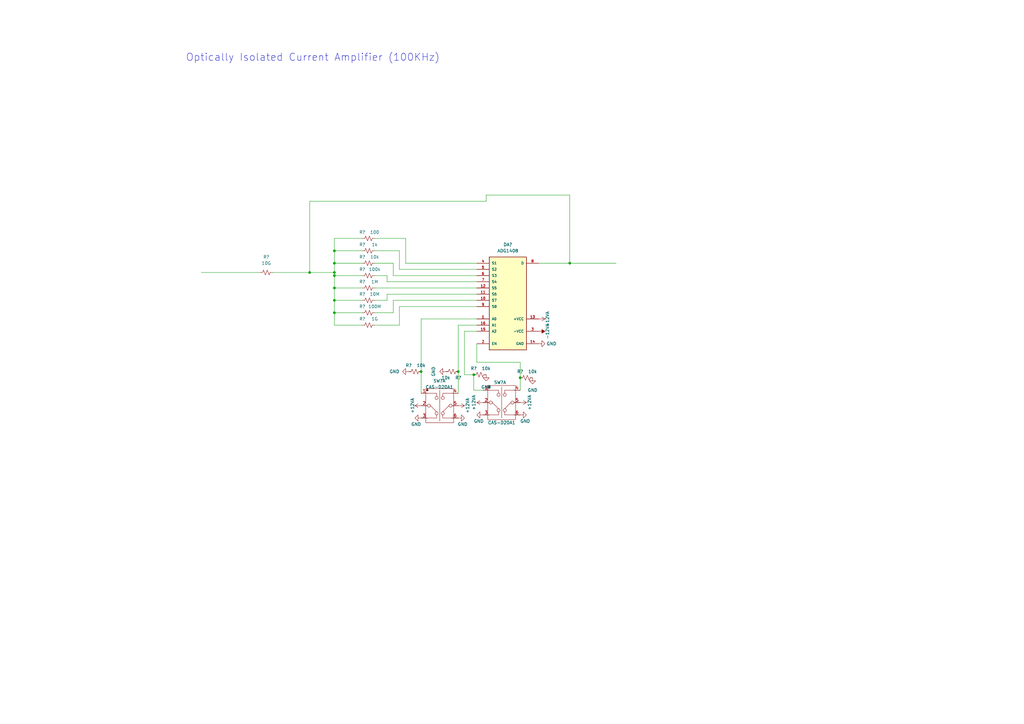
<source format=kicad_sch>
(kicad_sch (version 20211123) (generator eeschema)
  (paper "A3")
  (lib_symbols
    (symbol "ADG1408:ADG1408" (pin_names (offset 1.016))
      (property "Reference" "DA" (at -5.08 15.24 0))
      (property "Value" "ADG1408" (at -5.08 -25.4 0))
      (symbol "ADG1408_0_0"
        (rectangle (start -7.62 -22.86) (end 7.62 15.24) (stroke (width 0.254)) (fill (type background)))
        (pin bidirectional line (at -12.7 -10.16 0) (length 5.08) (name "A0") (number "1"))
        (pin bidirectional line (at -12.7 -2.54 0) (length 5.08) (name "S7") (number "10"))
        (pin bidirectional line (at -12.7 0 0) (length 5.08) (name "S6") (number "11"))
        (pin bidirectional line (at -12.7 2.54 0) (length 5.08) (name "S5") (number "12"))
        (pin bidirectional line (at 12.7 -10.16 180) (length 5.08) (name "+VCC") (number "13"))
        (pin bidirectional line (at 12.7 -20.32 180) (length 5.08) (name "GND") (number "14"))
        (pin bidirectional line (at -12.7 -15.24 0) (length 5.08) (name "A2") (number "15"))
        (pin bidirectional line (at -12.7 -12.7 0) (length 5.08) (name "A1") (number "16"))
        (pin bidirectional line (at -12.7 -20.32 0) (length 5.08) (name "EN") (number "2"))
        (pin bidirectional line (at 12.7 -15.24 180) (length 5.08) (name "-VCC") (number "3"))
        (pin bidirectional line (at -12.7 12.7 0) (length 5.08) (name "S1") (number "4"))
        (pin bidirectional line (at -12.7 10.16 0) (length 5.08) (name "S2") (number "5"))
        (pin bidirectional line (at -12.7 7.62 0) (length 5.08) (name "S3") (number "6"))
        (pin bidirectional line (at -12.7 5.08 0) (length 5.08) (name "S4") (number "7"))
        (pin bidirectional line (at 12.7 12.7 180) (length 5.08) (name "D") (number "8"))
        (pin bidirectional line (at -12.7 -5.08 0) (length 5.08) (name "S8") (number "9"))
      )
    )
    (symbol "CAS-D20A1:CAS-D20A1" (pin_names (offset 0) hide)
      (property "Reference" "SW?" (at 0.762 9.652 0))
      (property "Value" "CAS-D20A1" (at 0.254 -8.636 0))
      (symbol "CAS-D20A1_0_1"
        (circle (center -5.08 6.35) (radius 0.3592) (fill (type outline)))
        (circle (center -4.445 0) (radius 0.635))
        (circle (center -1.27 -3.175) (radius 0.635))
        (circle (center -1.27 3.175) (radius 0.635))
        (polyline (pts (xy -3.81 0) (xy -1.27 -2.54)))
        (polyline (pts (xy 0 6.35) (xy 0 -6.35)))
        (polyline (pts (xy 3.81 0) (xy 1.27 -2.54)))
        (polyline (pts (xy -1.27 -3.81) (xy -1.27 -5.08) (xy -5.08 -5.08)))
        (polyline (pts (xy -1.27 3.81) (xy -1.27 5.08) (xy -5.08 5.08)))
        (polyline (pts (xy 1.27 -3.81) (xy 1.27 -5.08) (xy 5.08 -5.08)))
        (polyline (pts (xy 1.27 3.81) (xy 1.27 5.08) (xy 5.08 5.08)))
        (circle (center 1.27 -3.175) (radius 0.635))
        (circle (center 1.27 3.175) (radius 0.635))
        (circle (center 4.445 0) (radius 0.635))
        (rectangle (start 5.715 6.985) (end -5.715 -6.985))
      )
      (symbol "CAS-D20A1_1_1"
        (pin output line (at -7.62 5.08 0) (length 2.54) (name "OUT") (number "1"))
        (pin input line (at -7.62 0 0) (length 2.54) (name "IN1") (number "2"))
        (pin output line (at -7.62 -5.08 0) (length 2.54) (name "GND") (number "3"))
        (pin output line (at 7.62 5.08 180) (length 2.54) (name "OUT") (number "4"))
        (pin input line (at 7.62 0 180) (length 2.54) (name "IN2") (number "5"))
        (pin output line (at 7.62 -5.08 180) (length 2.54) (name "GND") (number "6"))
      )
      (symbol "CAS-D20A1_2_1"
        (pin input line (at 0 7.62 270) (length 2.54) (name "IN2") (number "-UB"))
        (pin passive line (at 5.08 2.54 180) (length 2.54) (name "A") (number "4"))
        (pin passive line (at -5.08 0 0) (length 2.54) (name "B") (number "5"))
        (pin passive line (at 5.08 -2.54 180) (length 2.54) (name "C") (number "6"))
        (pin output line (at 5.08 7.62 270) (length 2.54) (name "GND") (number "6-UB"))
        (pin output line (at -5.08 7.62 270) (length 2.54) (name "OUT") (number "GND-UB"))
      )
    )
    (symbol "Device:R_Small_US" (pin_numbers hide) (pin_names (offset 0.254) hide)
      (property "Reference" "R" (at 0.762 0.508 0))
      (property "Value" "R_Small_US" (at 0.762 -1.016 0))
      (symbol "R_Small_US_1_1"
        (polyline (pts (xy 0 0) (xy 1.016 -0.381) (xy 0 -0.762) (xy -1.016 -1.143) (xy 0 -1.524)))
        (polyline (pts (xy 0 1.524) (xy 1.016 1.143) (xy 0 0.762) (xy -1.016 0.381) (xy 0 0)))
        (pin passive line (at 0 2.54 270) (length 1.016) (name "~") (number "1"))
        (pin passive line (at 0 -2.54 90) (length 1.016) (name "~") (number "2"))
      )
    )
    (symbol "power:+12VA" (power) (pin_names (offset 0))
      (property "Value" "+12VA" (at 0 3.556 0))
      (symbol "+12VA_0_1"
        (polyline (pts (xy -0.762 1.27) (xy 0 2.54)))
        (polyline (pts (xy 0 0) (xy 0 2.54)))
        (polyline (pts (xy 0 2.54) (xy 0.762 1.27)))
      )
      (symbol "+12VA_1_1"
        (pin power_in line (at 0 0 90) (length 0) hide (name "+12VA") (number "1"))
      )
    )
    (symbol "power:-12VA" (power) (pin_names (offset 0))
      (property "Value" "-12VA" (at 0 3.556 0))
      (symbol "-12VA_0_0"
        (pin power_in line (at 0 0 90) (length 0) hide (name "-12VA") (number "1"))
      )
      (symbol "-12VA_0_1"
        (polyline (pts (xy 0 0) (xy 0 1.27) (xy 0.762 1.27) (xy 0 2.54) (xy -0.762 1.27) (xy 0 1.27)) (fill (type outline)))
      )
    )
    (symbol "power:GND" (power) (pin_names (offset 0))
      (property "Value" "GND" (at 0 -3.81 0))
      (symbol "GND_0_1"
        (polyline (pts (xy 0 0) (xy 0 -1.27) (xy 1.27 -1.27) (xy 0 -2.54) (xy -1.27 -1.27) (xy 0 -1.27)))
      )
      (symbol "GND_1_1"
        (pin power_in line (at 0 0 270) (length 0) hide (name "GND") (number "1"))
      )
    )
  )
  (junction (at 137.16 111.76))
  (junction (at 172.72 152.4))
  (junction (at 137.16 113.03))
  (junction (at 213.36 154.94))
  (junction (at 137.16 107.95))
  (junction (at 187.96 152.4))
  (junction (at 137.16 118.11))
  (junction (at 194.31 153.67))
  (junction (at 137.16 102.87))
  (junction (at 127 111.76))
  (junction (at 233.68 107.95))
  (junction (at 137.16 128.27))
  (junction (at 137.16 123.19))
  (wire (pts (xy 127 111.76) (xy 127 82.55)))
  (wire (pts (xy 137.16 97.79) (xy 137.16 102.87)))
  (wire (pts (xy 158.75 123.19) (xy 158.75 120.65)))
  (wire (pts (xy 195.58 140.97) (xy 195.58 148.59)))
  (wire (pts (xy 161.29 123.19) (xy 195.58 123.19)))
  (wire (pts (xy 172.72 152.4) (xy 172.72 130.81)))
  (wire (pts (xy 161.29 113.03) (xy 195.58 113.03)))
  (wire (pts (xy 158.75 115.57) (xy 195.58 115.57)))
  (wire (pts (xy 153.67 113.03) (xy 158.75 113.03)))
  (wire (pts (xy 137.16 102.87) (xy 148.59 102.87)))
  (wire (pts (xy 153.67 133.35) (xy 163.83 133.35)))
  (wire (pts (xy 190.5 135.89) (xy 195.58 135.89)))
  (wire (pts (xy 153.67 123.19) (xy 158.75 123.19)))
  (wire (pts (xy 213.36 154.94) (xy 213.36 148.59)))
  (wire (pts (xy 137.16 102.87) (xy 137.16 107.95)))
  (wire (pts (xy 166.37 97.79) (xy 166.37 107.95)))
  (wire (pts (xy 233.68 107.95) (xy 252.73 107.95)))
  (wire (pts (xy 187.96 133.35) (xy 195.58 133.35)))
  (wire (pts (xy 187.96 133.35) (xy 187.96 152.4)))
  (wire (pts (xy 199.39 80.01) (xy 199.39 82.55)))
  (wire (pts (xy 153.67 102.87) (xy 163.83 102.87)))
  (wire (pts (xy 198.12 160.02) (xy 194.31 160.02)))
  (wire (pts (xy 153.67 128.27) (xy 161.29 128.27)))
  (wire (pts (xy 158.75 120.65) (xy 195.58 120.65)))
  (wire (pts (xy 127 111.76) (xy 137.16 111.76)))
  (wire (pts (xy 163.83 125.73) (xy 195.58 125.73)))
  (wire (pts (xy 127 82.55) (xy 199.39 82.55)))
  (wire (pts (xy 137.16 113.03) (xy 137.16 118.11)))
  (wire (pts (xy 148.59 97.79) (xy 137.16 97.79)))
  (wire (pts (xy 161.29 107.95) (xy 161.29 113.03)))
  (wire (pts (xy 163.83 133.35) (xy 163.83 125.73)))
  (wire (pts (xy 166.37 107.95) (xy 195.58 107.95)))
  (wire (pts (xy 137.16 128.27) (xy 148.59 128.27)))
  (wire (pts (xy 153.67 97.79) (xy 166.37 97.79)))
  (wire (pts (xy 158.75 113.03) (xy 158.75 115.57)))
  (wire (pts (xy 172.72 161.29) (xy 172.72 152.4)))
  (wire (pts (xy 153.67 107.95) (xy 161.29 107.95)))
  (wire (pts (xy 137.16 118.11) (xy 137.16 123.19)))
  (wire (pts (xy 213.36 160.02) (xy 213.36 154.94)))
  (wire (pts (xy 137.16 107.95) (xy 137.16 111.76)))
  (wire (pts (xy 172.72 130.81) (xy 195.58 130.81)))
  (wire (pts (xy 213.36 148.59) (xy 195.58 148.59)))
  (wire (pts (xy 199.39 80.01) (xy 233.68 80.01)))
  (wire (pts (xy 137.16 111.76) (xy 137.16 113.03)))
  (wire (pts (xy 187.96 152.4) (xy 187.96 161.29)))
  (wire (pts (xy 137.16 133.35) (xy 148.59 133.35)))
  (wire (pts (xy 111.76 111.76) (xy 127 111.76)))
  (wire (pts (xy 163.83 110.49) (xy 195.58 110.49)))
  (wire (pts (xy 137.16 118.11) (xy 148.59 118.11)))
  (wire (pts (xy 137.16 113.03) (xy 148.59 113.03)))
  (wire (pts (xy 82.55 111.76) (xy 106.68 111.76)))
  (wire (pts (xy 233.68 80.01) (xy 233.68 107.95)))
  (wire (pts (xy 161.29 128.27) (xy 161.29 123.19)))
  (wire (pts (xy 194.31 160.02) (xy 194.31 153.67)))
  (wire (pts (xy 153.67 118.11) (xy 195.58 118.11)))
  (wire (pts (xy 137.16 128.27) (xy 137.16 133.35)))
  (wire (pts (xy 190.5 153.67) (xy 190.5 135.89)))
  (wire (pts (xy 194.31 153.67) (xy 190.5 153.67)))
  (wire (pts (xy 233.68 107.95) (xy 220.98 107.95)))
  (wire (pts (xy 137.16 107.95) (xy 148.59 107.95)))
  (wire (pts (xy 163.83 102.87) (xy 163.83 110.49)))
  (wire (pts (xy 137.16 123.19) (xy 137.16 128.27)))
  (wire (pts (xy 137.16 123.19) (xy 148.59 123.19)))
  (text "Optically Isolated Current Amplifier (100KHz)" (at 76.2 25.4 0) (effects (font (size 2.9972 2.9972)) (justify left bottom)))
  (symbol (lib_id "power:GND") (at 182.88 152.4 270) (unit 1)
    (property "Reference" "#PWR?" (effects hide))
    (property "Value" "GND" (at 177.8 152.4 0))
  )
  (symbol (lib_id "power:GND") (at 187.96 171.45 90) (unit 1)
    (property "Reference" "#PWR?" (effects hide))
    (property "Value" "GND" (at 191.77 173.99 90) (effects (justify left)))
  )
  (symbol (lib_id "power:GND") (at 172.72 171.45 270) (unit 1)
    (property "Reference" "#PWR?" (effects hide))
    (property "Value" "GND" (at 172.72 173.99 90) (effects (justify right)))
  )
  (symbol (lib_id "power:GND") (at 218.44 154.94 0) (unit 1)
    (property "Reference" "#PWR?" (effects hide))
    (property "Value" "GND" (at 218.44 160.02 0))
  )
  (symbol (lib_id "power:GND") (at 199.39 153.67 0) (unit 1)
    (property "Reference" "#PWR?" (effects hide))
    (property "Value" "GND" (at 199.39 158.75 0))
  )
  (symbol (lib_id "Device:R_Small_US") (at 151.13 113.03 90) (unit 1)
    (property "Reference" "R?" (at 148.59 110.49 90))
    (property "Value" "100k" (at 153.67 110.49 90))
    (property "Footprint" "Resistor_SMD:R_0201_0603Metric" (effects hide))
  )
  (symbol (lib_id "Device:R_Small_US") (at 151.13 102.87 90) (unit 1)
    (property "Reference" "R?" (at 148.59 100.33 90))
    (property "Value" "1k" (at 153.67 100.33 90))
    (property "Footprint" "Resistor_SMD:R_0201_0603Metric" (effects hide))
  )
  (symbol (lib_id "CAS-D20A1:CAS-D20A1") (at 180.34 166.37 0) (unit 1)
    (property "Reference" "SW?" (at 180.213 156.21 0))
    (property "Value" "CAS-D20A1" (at 180.213 158.75 0))
    (property "Footprint" "My library:CAS-D20A1" (effects hide))
  )
  (symbol (lib_id "CAS-D20A1:CAS-D20A1") (at 205.74 165.1 0) (unit 1)
    (property "Reference" "SW?" (at 205.105 156.845 0))
    (property "Value" "CAS-D20A1" (at 205.74 173.355 0))
    (property "Footprint" "My library:CAS-D20A1" (effects hide))
  )
  (symbol (lib_id "Device:R_Small_US") (at 151.13 118.11 90) (unit 1)
    (property "Reference" "R?" (at 148.59 115.57 90))
    (property "Value" "1M" (at 153.67 115.57 90))
    (property "Footprint" "Resistor_SMD:R_0201_0603Metric" (effects hide))
  )
  (symbol (lib_id "power:+12VA") (at 213.36 165.1 270) (unit 1)
    (property "Reference" "#PWR?" (effects hide))
    (property "Value" "+12VA" (at 217.17 165.1 0))
  )
  (symbol (lib_id "Device:R_Small_US") (at 151.13 133.35 90) (unit 1)
    (property "Reference" "R?" (at 148.59 130.81 90))
    (property "Value" "1G" (at 153.67 130.81 90))
    (property "Footprint" "Resistor_SMD:R_0201_0603Metric" (effects hide))
  )
  (symbol (lib_id "Device:R_Small_US") (at 215.9 154.94 90) (unit 1)
    (property "Reference" "R?" (at 213.36 152.4 90))
    (property "Value" "10k" (at 218.44 152.4 90))
    (property "Footprint" "Resistor_SMD:R_0201_0603Metric" (effects hide))
  )
  (symbol (lib_id "Device:R_Small_US") (at 151.13 107.95 90) (unit 1)
    (property "Reference" "R?" (at 148.59 105.41 90))
    (property "Value" "10k" (at 153.67 105.41 90))
    (property "Footprint" "Resistor_SMD:R_0201_0603Metric" (effects hide))
  )
  (symbol (lib_id "Device:R_Small_US") (at 170.18 152.4 90) (unit 1)
    (property "Reference" "R?" (at 167.64 149.86 90))
    (property "Value" "10k" (at 172.72 149.86 90))
    (property "Footprint" "Resistor_SMD:R_0201_0603Metric" (effects hide))
  )
  (symbol (lib_id "Device:R_Small_US") (at 151.13 128.27 90) (unit 1)
    (property "Reference" "R?" (at 148.59 125.73 90))
    (property "Value" "100M" (at 153.67 125.73 90))
    (property "Footprint" "Resistor_SMD:R_0201_0603Metric" (effects hide))
  )
  (symbol (lib_id "power:+12VA") (at 198.12 165.1 90) (unit 1)
    (property "Reference" "#PWR?" (effects hide))
    (property "Value" "+12VA" (at 194.31 165.1 0))
  )
  (symbol (lib_id "power:+12VA") (at 187.96 166.37 270) (unit 1)
    (property "Reference" "#PWR?" (effects hide))
    (property "Value" "+12VA" (at 191.77 166.37 0))
  )
  (symbol (lib_id "Device:R_Small_US") (at 151.13 123.19 90) (unit 1)
    (property "Reference" "R?" (at 148.59 120.65 90))
    (property "Value" "10M" (at 153.67 120.65 90))
    (property "Footprint" "Resistor_SMD:R_0201_0603Metric" (effects hide))
  )
  (symbol (lib_id "ADG1408:ADG1408") (at 208.28 120.65 0) (unit 1)
    (property "Reference" "DA?" (at 208.28 100.33 0))
    (property "Value" "ADG1408" (at 208.28 102.87 0))
    (property "Footprint" "TSSOP16_TERM" (effects hide))
  )
  (symbol (lib_id "power:+12VA") (at 172.72 166.37 90) (unit 1)
    (property "Reference" "#PWR?" (effects hide))
    (property "Value" "+12VA" (at 169.164 166.37 0))
  )
  (symbol (lib_id "power:GND") (at 213.36 170.18 90) (unit 1)
    (property "Reference" "#PWR?" (effects hide))
    (property "Value" "GND" (at 213.36 172.72 90) (effects (justify right)))
  )
  (symbol (lib_id "power:+12VA") (at 220.98 130.81 270) (unit 1)
    (property "Reference" "#PWR?" (effects hide))
    (property "Value" "+12VA" (at 224.536 130.81 0))
  )
  (symbol (lib_id "Device:R_Small_US") (at 109.22 111.76 270) (unit 1)
    (property "Reference" "R?" (at 109.22 105.41 90))
    (property "Value" "10G" (at 109.22 107.95 90))
    (property "Footprint" "Resistor_SMD:R_0201_0603Metric" (effects hide))
  )
  (symbol (lib_id "Device:R_Small_US") (at 196.85 153.67 90) (unit 1)
    (property "Reference" "R?" (at 194.31 151.13 90))
    (property "Value" "10k" (at 199.39 151.13 90))
    (property "Footprint" "Resistor_SMD:R_0201_0603Metric" (effects hide))
  )
  (symbol (lib_id "power:-12VA") (at 220.98 135.89 270) (unit 1)
    (property "Reference" "#PWR?" (effects hide))
    (property "Value" "-12VA" (at 224.536 135.89 0))
  )
  (symbol (lib_id "Device:R_Small_US") (at 185.42 152.4 270) (unit 1)
    (property "Reference" "R?" (at 187.96 154.94 90))
    (property "Value" "10k" (at 182.88 154.94 90))
    (property "Footprint" "Resistor_SMD:R_0201_0603Metric" (effects hide))
  )
  (symbol (lib_id "power:GND") (at 167.64 152.4 270) (unit 1)
    (property "Reference" "#PWR?" (effects hide))
    (property "Value" "GND" (at 163.83 152.4001 90) (effects (justify right)))
  )
  (symbol (lib_id "power:GND") (at 198.12 170.18 270) (unit 1)
    (property "Reference" "#PWR?" (effects hide))
    (property "Value" "GND" (at 194.31 172.72 90) (effects (justify left)))
  )
  (symbol (lib_id "Device:R_Small_US") (at 151.13 97.79 90) (unit 1)
    (property "Reference" "R?" (at 148.59 95.25 90))
    (property "Value" "100" (at 153.67 95.25 90))
    (property "Footprint" "Resistor_SMD:R_0201_0603Metric" (effects hide))
  )
  (symbol (lib_id "power:GND") (at 220.98 140.97 90) (unit 1)
    (property "Reference" "#PWR?" (effects hide))
    (property "Value" "GND" (at 224.155 140.9699 90) (effects (justify right)))
  )
)
</source>
